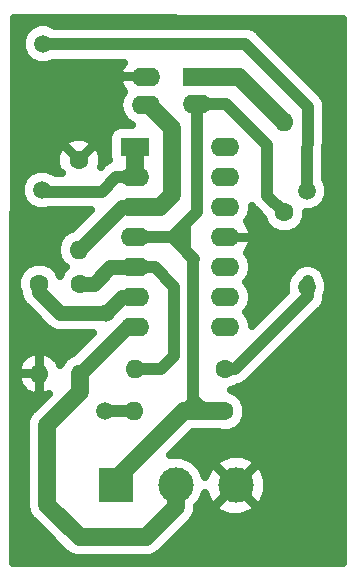
<source format=gbr>
G04 #@! TF.GenerationSoftware,KiCad,Pcbnew,(5.0.0)*
G04 #@! TF.CreationDate,2018-10-11T02:55:30-03:00*
G04 #@! TF.ProjectId,Circuito v2,436972637569746F2076322E6B696361,rev?*
G04 #@! TF.SameCoordinates,Original*
G04 #@! TF.FileFunction,Copper,L2,Bot,Signal*
G04 #@! TF.FilePolarity,Positive*
%FSLAX46Y46*%
G04 Gerber Fmt 4.6, Leading zero omitted, Abs format (unit mm)*
G04 Created by KiCad (PCBNEW (5.0.0)) date 10/11/18 02:55:30*
%MOMM*%
%LPD*%
G01*
G04 APERTURE LIST*
G04 #@! TA.AperFunction,ComponentPad*
%ADD10C,3.000000*%
G04 #@! TD*
G04 #@! TA.AperFunction,ComponentPad*
%ADD11R,3.000000X3.000000*%
G04 #@! TD*
G04 #@! TA.AperFunction,ComponentPad*
%ADD12O,1.600000X1.600000*%
G04 #@! TD*
G04 #@! TA.AperFunction,ComponentPad*
%ADD13C,1.600000*%
G04 #@! TD*
G04 #@! TA.AperFunction,ComponentPad*
%ADD14O,2.400000X1.600000*%
G04 #@! TD*
G04 #@! TA.AperFunction,ComponentPad*
%ADD15R,2.400000X1.600000*%
G04 #@! TD*
G04 #@! TA.AperFunction,ViaPad*
%ADD16C,1.500000*%
G04 #@! TD*
G04 #@! TA.AperFunction,Conductor*
%ADD17C,1.250000*%
G04 #@! TD*
G04 #@! TA.AperFunction,Conductor*
%ADD18C,1.500000*%
G04 #@! TD*
G04 #@! TA.AperFunction,Conductor*
%ADD19C,1.000000*%
G04 #@! TD*
G04 #@! TA.AperFunction,Conductor*
%ADD20C,0.700000*%
G04 #@! TD*
G04 APERTURE END LIST*
D10*
G04 #@! TO.P,J1,3*
G04 #@! TO.N,GND*
X144462500Y-60325000D03*
G04 #@! TO.P,J1,2*
G04 #@! TO.N,Net-(J1-Pad2)*
X139382500Y-60325000D03*
D11*
G04 #@! TO.P,J1,1*
G04 #@! TO.N,+5V*
X134302500Y-60325000D03*
G04 #@! TD*
D12*
G04 #@! TO.P,R1,2*
G04 #@! TO.N,Net-(R1-Pad2)*
X148590000Y-29591000D03*
D13*
G04 #@! TO.P,R1,1*
G04 #@! TO.N,+5V*
X148590000Y-37211000D03*
G04 #@! TD*
G04 #@! TO.P,R2,1*
G04 #@! TO.N,GND*
X131191000Y-32766000D03*
D12*
G04 #@! TO.P,R2,2*
G04 #@! TO.N,Net-(R2-Pad2)*
X131191000Y-40386000D03*
G04 #@! TD*
G04 #@! TO.P,R3,2*
G04 #@! TO.N,Net-(R3-Pad2)*
X135890000Y-54038500D03*
D13*
G04 #@! TO.P,R3,1*
G04 #@! TO.N,+5V*
X143510000Y-54038500D03*
G04 #@! TD*
G04 #@! TO.P,R4,1*
G04 #@! TO.N,Net-(R3-Pad2)*
X127825500Y-43243500D03*
D12*
G04 #@! TO.P,R4,2*
G04 #@! TO.N,GND*
X127825500Y-50863500D03*
G04 #@! TD*
G04 #@! TO.P,R5,2*
G04 #@! TO.N,Net-(R5-Pad2)*
X135953500Y-50482500D03*
D13*
G04 #@! TO.P,R5,1*
G04 #@! TO.N,Net-(R5-Pad1)*
X143573500Y-50482500D03*
G04 #@! TD*
G04 #@! TO.P,R6,1*
G04 #@! TO.N,Net-(R5-Pad2)*
X131318000Y-43243500D03*
D12*
G04 #@! TO.P,R6,2*
G04 #@! TO.N,Net-(J1-Pad2)*
X131318000Y-50863500D03*
G04 #@! TD*
D14*
G04 #@! TO.P,U1,4*
G04 #@! TO.N,Net-(R2-Pad2)*
X136906000Y-28130500D03*
G04 #@! TO.P,U1,2*
G04 #@! TO.N,GND*
X136906000Y-25717500D03*
G04 #@! TO.P,U1,3*
G04 #@! TO.N,+5V*
X141224000Y-28003500D03*
D15*
G04 #@! TO.P,U1,1*
G04 #@! TO.N,Net-(R1-Pad2)*
X141224000Y-25717500D03*
G04 #@! TD*
D14*
G04 #@! TO.P,U2,14*
G04 #@! TO.N,N/C*
X143573500Y-31686500D03*
G04 #@! TO.P,U2,7*
G04 #@! TO.N,Net-(J1-Pad2)*
X135953500Y-46926500D03*
G04 #@! TO.P,U2,13*
G04 #@! TO.N,N/C*
X143573500Y-34226500D03*
G04 #@! TO.P,U2,6*
G04 #@! TO.N,Net-(R3-Pad2)*
X135953500Y-44386500D03*
G04 #@! TO.P,U2,12*
G04 #@! TO.N,N/C*
X143573500Y-36766500D03*
G04 #@! TO.P,U2,5*
G04 #@! TO.N,Net-(R5-Pad2)*
X135953500Y-41846500D03*
G04 #@! TO.P,U2,11*
G04 #@! TO.N,GND*
X143573500Y-39306500D03*
G04 #@! TO.P,U2,4*
G04 #@! TO.N,+5V*
X135953500Y-39306500D03*
G04 #@! TO.P,U2,10*
G04 #@! TO.N,N/C*
X143573500Y-41846500D03*
G04 #@! TO.P,U2,3*
G04 #@! TO.N,Net-(R2-Pad2)*
X135953500Y-36766500D03*
G04 #@! TO.P,U2,9*
G04 #@! TO.N,N/C*
X143573500Y-44386500D03*
G04 #@! TO.P,U2,2*
G04 #@! TO.N,Net-(R5-Pad1)*
X135953500Y-34226500D03*
G04 #@! TO.P,U2,8*
G04 #@! TO.N,N/C*
X143573500Y-46926500D03*
D15*
G04 #@! TO.P,U2,1*
G04 #@! TO.N,Net-(R5-Pad1)*
X135953500Y-31686500D03*
G04 #@! TD*
D16*
G04 #@! TO.N,Net-(R3-Pad2)*
X133477000Y-45720000D03*
X133413500Y-54038500D03*
G04 #@! TO.N,Net-(R5-Pad1)*
X128079500Y-35306000D03*
X128143000Y-22923500D03*
X150495000Y-43497500D03*
X150495000Y-35369500D03*
G04 #@! TD*
D17*
G04 #@! TO.N,Net-(J1-Pad2)*
X135953500Y-46926500D02*
X135255000Y-46926500D01*
X135255000Y-46926500D02*
X131318000Y-50863500D01*
D18*
X131318000Y-50863500D02*
X131318000Y-52451000D01*
X139382500Y-62166500D02*
X139382500Y-60325000D01*
X136842500Y-64706500D02*
X139382500Y-62166500D01*
X131254500Y-64706500D02*
X136842500Y-64706500D01*
X128524000Y-61976000D02*
X131254500Y-64706500D01*
X128524000Y-55245000D02*
X128524000Y-61976000D01*
X131318000Y-52451000D02*
X128524000Y-55245000D01*
D19*
G04 #@! TO.N,+5V*
X135953500Y-39306500D02*
X139065000Y-39306500D01*
X139636500Y-39878000D02*
X140874750Y-41116250D01*
X140874750Y-41116250D02*
X140906500Y-41148000D01*
X139065000Y-39306500D02*
X139636500Y-39878000D01*
X141224000Y-28003500D02*
X141224000Y-37147500D01*
X141224000Y-37147500D02*
X140144500Y-38227000D01*
X140144500Y-38227000D02*
X139065000Y-39306500D01*
X140144500Y-38227000D02*
X140144500Y-39370000D01*
X140144500Y-39370000D02*
X139636500Y-39878000D01*
X140144500Y-39370000D02*
X140144500Y-40386000D01*
X140144500Y-40386000D02*
X140906500Y-41148000D01*
X148590000Y-37211000D02*
X148526500Y-37211000D01*
X143637000Y-28003500D02*
X141224000Y-28003500D01*
X147129500Y-31496000D02*
X143637000Y-28003500D01*
X147129500Y-35814000D02*
X147129500Y-31496000D01*
X148526500Y-37211000D02*
X147129500Y-35814000D01*
D18*
X134302500Y-60325000D02*
X134302500Y-59817000D01*
X134302500Y-59817000D02*
X140081000Y-54038500D01*
X140081000Y-54038500D02*
X141922500Y-54038500D01*
X141922500Y-54038500D02*
X143510000Y-54038500D01*
D19*
X140874750Y-41116250D02*
X140874750Y-52705000D01*
X140874750Y-52705000D02*
X140874750Y-52990750D01*
X140874750Y-52990750D02*
X141922500Y-54038500D01*
X140874750Y-52705000D02*
X140874750Y-53244750D01*
X140874750Y-53244750D02*
X140081000Y-54038500D01*
D18*
G04 #@! TO.N,Net-(R1-Pad2)*
X141224000Y-25717500D02*
X144716500Y-25717500D01*
X144716500Y-25717500D02*
X148590000Y-29591000D01*
D17*
G04 #@! TO.N,Net-(R2-Pad2)*
X135953500Y-36766500D02*
X134810500Y-36766500D01*
X134810500Y-36766500D02*
X131191000Y-40386000D01*
D18*
X136906000Y-28130500D02*
X137160000Y-28130500D01*
X138049000Y-36766500D02*
X135953500Y-36766500D01*
X139065000Y-35750500D02*
X138049000Y-36766500D01*
X139065000Y-30035500D02*
X139065000Y-35750500D01*
X137160000Y-28130500D02*
X139065000Y-30035500D01*
D17*
G04 #@! TO.N,Net-(R3-Pad2)*
X127825500Y-43243500D02*
X127825500Y-43942000D01*
X134810500Y-44386500D02*
X135953500Y-44386500D01*
X133477000Y-45720000D02*
X134810500Y-44386500D01*
X129603500Y-45720000D02*
X133477000Y-45720000D01*
X127825500Y-43942000D02*
X129603500Y-45720000D01*
D19*
X135953500Y-44386500D02*
X134810500Y-44386500D01*
X133413500Y-54038500D02*
X135890000Y-54038500D01*
D17*
G04 #@! TO.N,Net-(R5-Pad2)*
X131318000Y-43243500D02*
X132461000Y-43243500D01*
X133858000Y-41846500D02*
X135953500Y-41846500D01*
X132461000Y-43243500D02*
X133858000Y-41846500D01*
D19*
X135953500Y-50482500D02*
X138112500Y-50482500D01*
X138112500Y-50482500D02*
X139255500Y-49339500D01*
X139255500Y-49339500D02*
X139255500Y-43497500D01*
X139255500Y-43497500D02*
X137604500Y-41846500D01*
X137604500Y-41846500D02*
X135953500Y-41846500D01*
D18*
G04 #@! TO.N,Net-(R5-Pad1)*
X135953500Y-31686500D02*
X135953500Y-34226500D01*
D19*
X143573500Y-50482500D02*
X144399000Y-50482500D01*
X145288000Y-22987000D02*
X135953500Y-22987000D01*
X150558500Y-28257500D02*
X145288000Y-22987000D01*
X150558500Y-44323000D02*
X150558500Y-43053000D01*
X150495000Y-34925000D02*
X150558500Y-28257500D01*
X144399000Y-50482500D02*
X150558500Y-44323000D01*
X135953500Y-22987000D02*
X128206500Y-22987000D01*
X134366000Y-34226500D02*
X135953500Y-34226500D01*
X133127750Y-35464750D02*
X134366000Y-34226500D01*
X128238250Y-35464750D02*
X133127750Y-35464750D01*
X128079500Y-35306000D02*
X128238250Y-35464750D01*
X128206500Y-22987000D02*
X128143000Y-22923500D01*
X150495000Y-35369500D02*
X150495000Y-34925000D01*
X150558500Y-43053000D02*
X150495000Y-43497500D01*
G04 #@! TD*
D20*
G04 #@! TO.N,GND*
G36*
X153574000Y-20796223D02*
X153574000Y-66896500D01*
X125572950Y-66896500D01*
X125615439Y-51217832D01*
X125907960Y-51217832D01*
X126189521Y-51924671D01*
X126720145Y-52469956D01*
X127419049Y-52770673D01*
X127471169Y-52781037D01*
X127775500Y-52525248D01*
X127775500Y-50913500D01*
X126163638Y-50913500D01*
X125907960Y-51217832D01*
X125615439Y-51217832D01*
X125617359Y-50509168D01*
X125907960Y-50509168D01*
X126163638Y-50813500D01*
X127775500Y-50813500D01*
X127775500Y-49201752D01*
X127471169Y-48945963D01*
X127419049Y-48956327D01*
X126720145Y-49257044D01*
X126189521Y-49802329D01*
X125907960Y-50509168D01*
X125617359Y-50509168D01*
X125638046Y-42875512D01*
X125975500Y-42875512D01*
X125975500Y-43611488D01*
X126122566Y-43966537D01*
X126150500Y-44106971D01*
X126150500Y-44106972D01*
X126247685Y-44595553D01*
X126617893Y-45149608D01*
X126757751Y-45243058D01*
X128302440Y-46787747D01*
X128395892Y-46927608D01*
X128949947Y-47297815D01*
X129438528Y-47395000D01*
X129603500Y-47427815D01*
X129768472Y-47395000D01*
X132417693Y-47395000D01*
X130715614Y-49097079D01*
X130596166Y-49120839D01*
X129984225Y-49529725D01*
X129588690Y-50121684D01*
X129461479Y-49802329D01*
X128930855Y-49257044D01*
X128231951Y-48956327D01*
X128179831Y-48945963D01*
X127875500Y-49201752D01*
X127875500Y-50813500D01*
X127895500Y-50813500D01*
X127895500Y-50913500D01*
X127875500Y-50913500D01*
X127875500Y-52525248D01*
X128179831Y-52781037D01*
X128231951Y-52770673D01*
X128619489Y-52603927D01*
X127376572Y-53846845D01*
X127226272Y-53947272D01*
X126828437Y-54542676D01*
X126725909Y-55058118D01*
X126688736Y-55245000D01*
X126724000Y-55422283D01*
X126724001Y-61798712D01*
X126688736Y-61976000D01*
X126790338Y-62486785D01*
X126828438Y-62678325D01*
X127226273Y-63273728D01*
X127376570Y-63374153D01*
X129856347Y-65853930D01*
X129956772Y-66004228D01*
X130552175Y-66402063D01*
X131077216Y-66506500D01*
X131254499Y-66541764D01*
X131431782Y-66506500D01*
X136665217Y-66506500D01*
X136842500Y-66541764D01*
X137019783Y-66506500D01*
X137019784Y-66506500D01*
X137544825Y-66402063D01*
X138140228Y-66004228D01*
X138240655Y-65853928D01*
X140529931Y-63564653D01*
X140680228Y-63464228D01*
X141078063Y-62868825D01*
X141182500Y-62343784D01*
X141182500Y-62343783D01*
X141217764Y-62166501D01*
X141206064Y-62107680D01*
X141246504Y-62067240D01*
X142790971Y-62067240D01*
X142915076Y-62539912D01*
X143880477Y-62963485D01*
X144934485Y-62985373D01*
X145916638Y-62602243D01*
X146009924Y-62539912D01*
X146134029Y-62067240D01*
X144462500Y-60395711D01*
X142790971Y-62067240D01*
X141246504Y-62067240D01*
X141544285Y-61769459D01*
X141872438Y-60977228D01*
X142185257Y-61779138D01*
X142247588Y-61872424D01*
X142720260Y-61996529D01*
X144391789Y-60325000D01*
X144533211Y-60325000D01*
X146204740Y-61996529D01*
X146677412Y-61872424D01*
X147100985Y-60907023D01*
X147122873Y-59853015D01*
X146739743Y-58870862D01*
X146677412Y-58777576D01*
X146204740Y-58653471D01*
X144533211Y-60325000D01*
X144391789Y-60325000D01*
X142720260Y-58653471D01*
X142247588Y-58777576D01*
X141863881Y-59652114D01*
X141544285Y-58880541D01*
X141246504Y-58582760D01*
X142790971Y-58582760D01*
X144462500Y-60254289D01*
X146134029Y-58582760D01*
X146009924Y-58110088D01*
X145044523Y-57686515D01*
X143990515Y-57664627D01*
X143008362Y-58047757D01*
X142915076Y-58110088D01*
X142790971Y-58582760D01*
X141246504Y-58582760D01*
X140826959Y-58163215D01*
X139889726Y-57775000D01*
X138890084Y-57775000D01*
X140826584Y-55838500D01*
X143021301Y-55838500D01*
X143142012Y-55888500D01*
X143877988Y-55888500D01*
X144557941Y-55606855D01*
X145078355Y-55086441D01*
X145360000Y-54406488D01*
X145360000Y-53670512D01*
X145078355Y-52990559D01*
X144557941Y-52470145D01*
X144083562Y-52273651D01*
X144621441Y-52050855D01*
X144661680Y-52010616D01*
X145003780Y-51942568D01*
X145516488Y-51599988D01*
X145602967Y-51470563D01*
X151546567Y-45526964D01*
X151675988Y-45440488D01*
X152018568Y-44927780D01*
X152108500Y-44475660D01*
X152108500Y-44475659D01*
X152138866Y-44323001D01*
X152126702Y-44261849D01*
X152295000Y-43855542D01*
X152295000Y-43139458D01*
X152027704Y-42494148D01*
X152018568Y-42448220D01*
X151908476Y-42283456D01*
X151822793Y-42104780D01*
X151738722Y-42029401D01*
X151675988Y-41935512D01*
X151511220Y-41825418D01*
X151363686Y-41693136D01*
X151257171Y-41655668D01*
X151163280Y-41592932D01*
X150968923Y-41554272D01*
X150781997Y-41488518D01*
X150669250Y-41494663D01*
X150558500Y-41472634D01*
X150364146Y-41511293D01*
X150166284Y-41522078D01*
X150064469Y-41570903D01*
X149953721Y-41592932D01*
X149788957Y-41703024D01*
X149610281Y-41788707D01*
X149534901Y-41872778D01*
X149441013Y-41935512D01*
X149330919Y-42100279D01*
X149198636Y-42247814D01*
X149198383Y-42248533D01*
X148969034Y-42477882D01*
X148695000Y-43139458D01*
X148695000Y-43855542D01*
X148735691Y-43953778D01*
X145843687Y-46845782D01*
X145716161Y-46204666D01*
X145349888Y-45656500D01*
X145716161Y-45108334D01*
X145859743Y-44386500D01*
X145716161Y-43664666D01*
X145349888Y-43116500D01*
X145716161Y-42568334D01*
X145859743Y-41846500D01*
X145716161Y-41124666D01*
X145393199Y-40641320D01*
X145794200Y-40006539D01*
X145891037Y-39660831D01*
X145635248Y-39356500D01*
X143623500Y-39356500D01*
X143623500Y-39376500D01*
X143523500Y-39376500D01*
X143523500Y-39356500D01*
X143503500Y-39356500D01*
X143503500Y-39256500D01*
X143523500Y-39256500D01*
X143523500Y-39236500D01*
X143623500Y-39236500D01*
X143623500Y-39256500D01*
X145635248Y-39256500D01*
X145891037Y-38952169D01*
X145794200Y-38606461D01*
X145393199Y-37971680D01*
X145716161Y-37488334D01*
X145859743Y-36766500D01*
X145841928Y-36676939D01*
X146012012Y-36931488D01*
X146141436Y-37017966D01*
X146766546Y-37643077D01*
X147021645Y-38258941D01*
X147542059Y-38779355D01*
X148222012Y-39061000D01*
X148957988Y-39061000D01*
X149637941Y-38779355D01*
X150158355Y-38258941D01*
X150440000Y-37578988D01*
X150440000Y-37169500D01*
X150853042Y-37169500D01*
X151514618Y-36895466D01*
X152020966Y-36389118D01*
X152295000Y-35727542D01*
X152295000Y-35011458D01*
X152049882Y-34419691D01*
X152107046Y-28417469D01*
X152138866Y-28257500D01*
X152080143Y-27962279D01*
X152024261Y-27666653D01*
X152020064Y-27660240D01*
X152018568Y-27652720D01*
X151851354Y-27402467D01*
X151686579Y-27150706D01*
X151551838Y-27058807D01*
X146491967Y-21998937D01*
X146405488Y-21869512D01*
X145892780Y-21526932D01*
X145440660Y-21437000D01*
X145288000Y-21406634D01*
X145135340Y-21437000D01*
X129202084Y-21437000D01*
X129162618Y-21397534D01*
X128501042Y-21123500D01*
X127784958Y-21123500D01*
X127123382Y-21397534D01*
X126617034Y-21903882D01*
X126343000Y-22565458D01*
X126343000Y-23281542D01*
X126617034Y-23943118D01*
X127123382Y-24449466D01*
X127784958Y-24723500D01*
X128501042Y-24723500D01*
X128951292Y-24537000D01*
X134988815Y-24537000D01*
X134685300Y-25017461D01*
X134588463Y-25363169D01*
X134844252Y-25667500D01*
X136856000Y-25667500D01*
X136856000Y-25647500D01*
X136956000Y-25647500D01*
X136956000Y-25667500D01*
X136976000Y-25667500D01*
X136976000Y-25767500D01*
X136956000Y-25767500D01*
X136956000Y-25787500D01*
X136856000Y-25787500D01*
X136856000Y-25767500D01*
X134844252Y-25767500D01*
X134588463Y-26071831D01*
X134685300Y-26417539D01*
X135045062Y-26987039D01*
X134763339Y-27408666D01*
X134619757Y-28130500D01*
X134763339Y-28852334D01*
X135172225Y-29464275D01*
X135698514Y-29815930D01*
X134753500Y-29815930D01*
X134343811Y-29897422D01*
X133996493Y-30129493D01*
X133764422Y-30476811D01*
X133682930Y-30886500D01*
X133682930Y-32486500D01*
X133741264Y-32779766D01*
X133248512Y-33109012D01*
X133162035Y-33238434D01*
X133071915Y-33328554D01*
X133135329Y-33181372D01*
X133146282Y-32405692D01*
X132859562Y-31684864D01*
X132828370Y-31638184D01*
X132428414Y-31599296D01*
X131261711Y-32766000D01*
X131275853Y-32780142D01*
X131205142Y-32850853D01*
X131191000Y-32836711D01*
X131176858Y-32850853D01*
X131106147Y-32780142D01*
X131120289Y-32766000D01*
X129953586Y-31599296D01*
X129553630Y-31638184D01*
X129246671Y-32350628D01*
X129235718Y-33126308D01*
X129522438Y-33847136D01*
X129553630Y-33893816D01*
X129768932Y-33914750D01*
X129233834Y-33914750D01*
X129099118Y-33780034D01*
X128437542Y-33506000D01*
X127721458Y-33506000D01*
X127059882Y-33780034D01*
X126553534Y-34286382D01*
X126279500Y-34947958D01*
X126279500Y-35664042D01*
X126553534Y-36325618D01*
X127059882Y-36831966D01*
X127721458Y-37106000D01*
X128437542Y-37106000D01*
X128657839Y-37014750D01*
X132193442Y-37014750D01*
X130588613Y-38619579D01*
X130469166Y-38643339D01*
X129857225Y-39052225D01*
X129448339Y-39664166D01*
X129304757Y-40386000D01*
X129448339Y-41107834D01*
X129857225Y-41719775D01*
X130077947Y-41867257D01*
X129749645Y-42195559D01*
X129571750Y-42625037D01*
X129393855Y-42195559D01*
X128873441Y-41675145D01*
X128193488Y-41393500D01*
X127457512Y-41393500D01*
X126777559Y-41675145D01*
X126257145Y-42195559D01*
X125975500Y-42875512D01*
X125638046Y-42875512D01*
X125668797Y-31528586D01*
X130024296Y-31528586D01*
X131191000Y-32695289D01*
X132357704Y-31528586D01*
X132318816Y-31128630D01*
X131606372Y-30821671D01*
X130830692Y-30810718D01*
X130109864Y-31097438D01*
X130063184Y-31128630D01*
X130024296Y-31528586D01*
X125668797Y-31528586D01*
X125698051Y-20734276D01*
X153574000Y-20796223D01*
X153574000Y-20796223D01*
G37*
X153574000Y-20796223D02*
X153574000Y-66896500D01*
X125572950Y-66896500D01*
X125615439Y-51217832D01*
X125907960Y-51217832D01*
X126189521Y-51924671D01*
X126720145Y-52469956D01*
X127419049Y-52770673D01*
X127471169Y-52781037D01*
X127775500Y-52525248D01*
X127775500Y-50913500D01*
X126163638Y-50913500D01*
X125907960Y-51217832D01*
X125615439Y-51217832D01*
X125617359Y-50509168D01*
X125907960Y-50509168D01*
X126163638Y-50813500D01*
X127775500Y-50813500D01*
X127775500Y-49201752D01*
X127471169Y-48945963D01*
X127419049Y-48956327D01*
X126720145Y-49257044D01*
X126189521Y-49802329D01*
X125907960Y-50509168D01*
X125617359Y-50509168D01*
X125638046Y-42875512D01*
X125975500Y-42875512D01*
X125975500Y-43611488D01*
X126122566Y-43966537D01*
X126150500Y-44106971D01*
X126150500Y-44106972D01*
X126247685Y-44595553D01*
X126617893Y-45149608D01*
X126757751Y-45243058D01*
X128302440Y-46787747D01*
X128395892Y-46927608D01*
X128949947Y-47297815D01*
X129438528Y-47395000D01*
X129603500Y-47427815D01*
X129768472Y-47395000D01*
X132417693Y-47395000D01*
X130715614Y-49097079D01*
X130596166Y-49120839D01*
X129984225Y-49529725D01*
X129588690Y-50121684D01*
X129461479Y-49802329D01*
X128930855Y-49257044D01*
X128231951Y-48956327D01*
X128179831Y-48945963D01*
X127875500Y-49201752D01*
X127875500Y-50813500D01*
X127895500Y-50813500D01*
X127895500Y-50913500D01*
X127875500Y-50913500D01*
X127875500Y-52525248D01*
X128179831Y-52781037D01*
X128231951Y-52770673D01*
X128619489Y-52603927D01*
X127376572Y-53846845D01*
X127226272Y-53947272D01*
X126828437Y-54542676D01*
X126725909Y-55058118D01*
X126688736Y-55245000D01*
X126724000Y-55422283D01*
X126724001Y-61798712D01*
X126688736Y-61976000D01*
X126790338Y-62486785D01*
X126828438Y-62678325D01*
X127226273Y-63273728D01*
X127376570Y-63374153D01*
X129856347Y-65853930D01*
X129956772Y-66004228D01*
X130552175Y-66402063D01*
X131077216Y-66506500D01*
X131254499Y-66541764D01*
X131431782Y-66506500D01*
X136665217Y-66506500D01*
X136842500Y-66541764D01*
X137019783Y-66506500D01*
X137019784Y-66506500D01*
X137544825Y-66402063D01*
X138140228Y-66004228D01*
X138240655Y-65853928D01*
X140529931Y-63564653D01*
X140680228Y-63464228D01*
X141078063Y-62868825D01*
X141182500Y-62343784D01*
X141182500Y-62343783D01*
X141217764Y-62166501D01*
X141206064Y-62107680D01*
X141246504Y-62067240D01*
X142790971Y-62067240D01*
X142915076Y-62539912D01*
X143880477Y-62963485D01*
X144934485Y-62985373D01*
X145916638Y-62602243D01*
X146009924Y-62539912D01*
X146134029Y-62067240D01*
X144462500Y-60395711D01*
X142790971Y-62067240D01*
X141246504Y-62067240D01*
X141544285Y-61769459D01*
X141872438Y-60977228D01*
X142185257Y-61779138D01*
X142247588Y-61872424D01*
X142720260Y-61996529D01*
X144391789Y-60325000D01*
X144533211Y-60325000D01*
X146204740Y-61996529D01*
X146677412Y-61872424D01*
X147100985Y-60907023D01*
X147122873Y-59853015D01*
X146739743Y-58870862D01*
X146677412Y-58777576D01*
X146204740Y-58653471D01*
X144533211Y-60325000D01*
X144391789Y-60325000D01*
X142720260Y-58653471D01*
X142247588Y-58777576D01*
X141863881Y-59652114D01*
X141544285Y-58880541D01*
X141246504Y-58582760D01*
X142790971Y-58582760D01*
X144462500Y-60254289D01*
X146134029Y-58582760D01*
X146009924Y-58110088D01*
X145044523Y-57686515D01*
X143990515Y-57664627D01*
X143008362Y-58047757D01*
X142915076Y-58110088D01*
X142790971Y-58582760D01*
X141246504Y-58582760D01*
X140826959Y-58163215D01*
X139889726Y-57775000D01*
X138890084Y-57775000D01*
X140826584Y-55838500D01*
X143021301Y-55838500D01*
X143142012Y-55888500D01*
X143877988Y-55888500D01*
X144557941Y-55606855D01*
X145078355Y-55086441D01*
X145360000Y-54406488D01*
X145360000Y-53670512D01*
X145078355Y-52990559D01*
X144557941Y-52470145D01*
X144083562Y-52273651D01*
X144621441Y-52050855D01*
X144661680Y-52010616D01*
X145003780Y-51942568D01*
X145516488Y-51599988D01*
X145602967Y-51470563D01*
X151546567Y-45526964D01*
X151675988Y-45440488D01*
X152018568Y-44927780D01*
X152108500Y-44475660D01*
X152108500Y-44475659D01*
X152138866Y-44323001D01*
X152126702Y-44261849D01*
X152295000Y-43855542D01*
X152295000Y-43139458D01*
X152027704Y-42494148D01*
X152018568Y-42448220D01*
X151908476Y-42283456D01*
X151822793Y-42104780D01*
X151738722Y-42029401D01*
X151675988Y-41935512D01*
X151511220Y-41825418D01*
X151363686Y-41693136D01*
X151257171Y-41655668D01*
X151163280Y-41592932D01*
X150968923Y-41554272D01*
X150781997Y-41488518D01*
X150669250Y-41494663D01*
X150558500Y-41472634D01*
X150364146Y-41511293D01*
X150166284Y-41522078D01*
X150064469Y-41570903D01*
X149953721Y-41592932D01*
X149788957Y-41703024D01*
X149610281Y-41788707D01*
X149534901Y-41872778D01*
X149441013Y-41935512D01*
X149330919Y-42100279D01*
X149198636Y-42247814D01*
X149198383Y-42248533D01*
X148969034Y-42477882D01*
X148695000Y-43139458D01*
X148695000Y-43855542D01*
X148735691Y-43953778D01*
X145843687Y-46845782D01*
X145716161Y-46204666D01*
X145349888Y-45656500D01*
X145716161Y-45108334D01*
X145859743Y-44386500D01*
X145716161Y-43664666D01*
X145349888Y-43116500D01*
X145716161Y-42568334D01*
X145859743Y-41846500D01*
X145716161Y-41124666D01*
X145393199Y-40641320D01*
X145794200Y-40006539D01*
X145891037Y-39660831D01*
X145635248Y-39356500D01*
X143623500Y-39356500D01*
X143623500Y-39376500D01*
X143523500Y-39376500D01*
X143523500Y-39356500D01*
X143503500Y-39356500D01*
X143503500Y-39256500D01*
X143523500Y-39256500D01*
X143523500Y-39236500D01*
X143623500Y-39236500D01*
X143623500Y-39256500D01*
X145635248Y-39256500D01*
X145891037Y-38952169D01*
X145794200Y-38606461D01*
X145393199Y-37971680D01*
X145716161Y-37488334D01*
X145859743Y-36766500D01*
X145841928Y-36676939D01*
X146012012Y-36931488D01*
X146141436Y-37017966D01*
X146766546Y-37643077D01*
X147021645Y-38258941D01*
X147542059Y-38779355D01*
X148222012Y-39061000D01*
X148957988Y-39061000D01*
X149637941Y-38779355D01*
X150158355Y-38258941D01*
X150440000Y-37578988D01*
X150440000Y-37169500D01*
X150853042Y-37169500D01*
X151514618Y-36895466D01*
X152020966Y-36389118D01*
X152295000Y-35727542D01*
X152295000Y-35011458D01*
X152049882Y-34419691D01*
X152107046Y-28417469D01*
X152138866Y-28257500D01*
X152080143Y-27962279D01*
X152024261Y-27666653D01*
X152020064Y-27660240D01*
X152018568Y-27652720D01*
X151851354Y-27402467D01*
X151686579Y-27150706D01*
X151551838Y-27058807D01*
X146491967Y-21998937D01*
X146405488Y-21869512D01*
X145892780Y-21526932D01*
X145440660Y-21437000D01*
X145288000Y-21406634D01*
X145135340Y-21437000D01*
X129202084Y-21437000D01*
X129162618Y-21397534D01*
X128501042Y-21123500D01*
X127784958Y-21123500D01*
X127123382Y-21397534D01*
X126617034Y-21903882D01*
X126343000Y-22565458D01*
X126343000Y-23281542D01*
X126617034Y-23943118D01*
X127123382Y-24449466D01*
X127784958Y-24723500D01*
X128501042Y-24723500D01*
X128951292Y-24537000D01*
X134988815Y-24537000D01*
X134685300Y-25017461D01*
X134588463Y-25363169D01*
X134844252Y-25667500D01*
X136856000Y-25667500D01*
X136856000Y-25647500D01*
X136956000Y-25647500D01*
X136956000Y-25667500D01*
X136976000Y-25667500D01*
X136976000Y-25767500D01*
X136956000Y-25767500D01*
X136956000Y-25787500D01*
X136856000Y-25787500D01*
X136856000Y-25767500D01*
X134844252Y-25767500D01*
X134588463Y-26071831D01*
X134685300Y-26417539D01*
X135045062Y-26987039D01*
X134763339Y-27408666D01*
X134619757Y-28130500D01*
X134763339Y-28852334D01*
X135172225Y-29464275D01*
X135698514Y-29815930D01*
X134753500Y-29815930D01*
X134343811Y-29897422D01*
X133996493Y-30129493D01*
X133764422Y-30476811D01*
X133682930Y-30886500D01*
X133682930Y-32486500D01*
X133741264Y-32779766D01*
X133248512Y-33109012D01*
X133162035Y-33238434D01*
X133071915Y-33328554D01*
X133135329Y-33181372D01*
X133146282Y-32405692D01*
X132859562Y-31684864D01*
X132828370Y-31638184D01*
X132428414Y-31599296D01*
X131261711Y-32766000D01*
X131275853Y-32780142D01*
X131205142Y-32850853D01*
X131191000Y-32836711D01*
X131176858Y-32850853D01*
X131106147Y-32780142D01*
X131120289Y-32766000D01*
X129953586Y-31599296D01*
X129553630Y-31638184D01*
X129246671Y-32350628D01*
X129235718Y-33126308D01*
X129522438Y-33847136D01*
X129553630Y-33893816D01*
X129768932Y-33914750D01*
X129233834Y-33914750D01*
X129099118Y-33780034D01*
X128437542Y-33506000D01*
X127721458Y-33506000D01*
X127059882Y-33780034D01*
X126553534Y-34286382D01*
X126279500Y-34947958D01*
X126279500Y-35664042D01*
X126553534Y-36325618D01*
X127059882Y-36831966D01*
X127721458Y-37106000D01*
X128437542Y-37106000D01*
X128657839Y-37014750D01*
X132193442Y-37014750D01*
X130588613Y-38619579D01*
X130469166Y-38643339D01*
X129857225Y-39052225D01*
X129448339Y-39664166D01*
X129304757Y-40386000D01*
X129448339Y-41107834D01*
X129857225Y-41719775D01*
X130077947Y-41867257D01*
X129749645Y-42195559D01*
X129571750Y-42625037D01*
X129393855Y-42195559D01*
X128873441Y-41675145D01*
X128193488Y-41393500D01*
X127457512Y-41393500D01*
X126777559Y-41675145D01*
X126257145Y-42195559D01*
X125975500Y-42875512D01*
X125638046Y-42875512D01*
X125668797Y-31528586D01*
X130024296Y-31528586D01*
X131191000Y-32695289D01*
X132357704Y-31528586D01*
X132318816Y-31128630D01*
X131606372Y-30821671D01*
X130830692Y-30810718D01*
X130109864Y-31097438D01*
X130063184Y-31128630D01*
X130024296Y-31528586D01*
X125668797Y-31528586D01*
X125698051Y-20734276D01*
X153574000Y-20796223D01*
G04 #@! TD*
M02*

</source>
